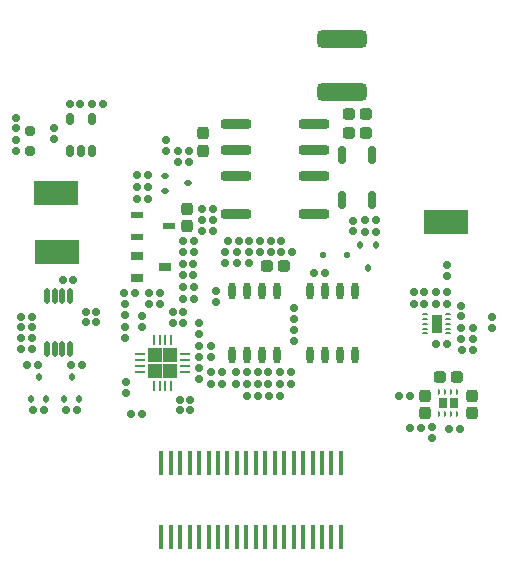
<source format=gtp>
G04*
G04 #@! TF.GenerationSoftware,Altium Limited,Altium Designer,19.1.8 (144)*
G04*
G04 Layer_Color=8421504*
%FSLAX25Y25*%
%MOIN*%
G70*
G01*
G75*
%ADD16R,0.02756X0.03543*%
%ADD17R,0.04528X0.04528*%
G04:AMPARAMS|DCode=18|XSize=149.61mil|YSize=79.92mil|CornerRadius=4mil|HoleSize=0mil|Usage=FLASHONLY|Rotation=180.000|XOffset=0mil|YOffset=0mil|HoleType=Round|Shape=RoundedRectangle|*
%AMROUNDEDRECTD18*
21,1,0.14961,0.07193,0,0,180.0*
21,1,0.14161,0.07992,0,0,180.0*
1,1,0.00799,-0.07081,0.03597*
1,1,0.00799,0.07081,0.03597*
1,1,0.00799,0.07081,-0.03597*
1,1,0.00799,-0.07081,-0.03597*
%
%ADD18ROUNDEDRECTD18*%
G04:AMPARAMS|DCode=19|XSize=23.62mil|YSize=23.62mil|CornerRadius=5.91mil|HoleSize=0mil|Usage=FLASHONLY|Rotation=180.000|XOffset=0mil|YOffset=0mil|HoleType=Round|Shape=RoundedRectangle|*
%AMROUNDEDRECTD19*
21,1,0.02362,0.01181,0,0,180.0*
21,1,0.01181,0.02362,0,0,180.0*
1,1,0.01181,-0.00591,0.00591*
1,1,0.01181,0.00591,0.00591*
1,1,0.01181,0.00591,-0.00591*
1,1,0.01181,-0.00591,-0.00591*
%
%ADD19ROUNDEDRECTD19*%
G04:AMPARAMS|DCode=20|XSize=23.62mil|YSize=23.62mil|CornerRadius=5.91mil|HoleSize=0mil|Usage=FLASHONLY|Rotation=90.000|XOffset=0mil|YOffset=0mil|HoleType=Round|Shape=RoundedRectangle|*
%AMROUNDEDRECTD20*
21,1,0.02362,0.01181,0,0,90.0*
21,1,0.01181,0.02362,0,0,90.0*
1,1,0.01181,0.00591,0.00591*
1,1,0.01181,0.00591,-0.00591*
1,1,0.01181,-0.00591,-0.00591*
1,1,0.01181,-0.00591,0.00591*
%
%ADD20ROUNDEDRECTD20*%
G04:AMPARAMS|DCode=21|XSize=25.2mil|YSize=25.2mil|CornerRadius=6.3mil|HoleSize=0mil|Usage=FLASHONLY|Rotation=90.000|XOffset=0mil|YOffset=0mil|HoleType=Round|Shape=RoundedRectangle|*
%AMROUNDEDRECTD21*
21,1,0.02520,0.01260,0,0,90.0*
21,1,0.01260,0.02520,0,0,90.0*
1,1,0.01260,0.00630,0.00630*
1,1,0.01260,0.00630,-0.00630*
1,1,0.01260,-0.00630,-0.00630*
1,1,0.01260,-0.00630,0.00630*
%
%ADD21ROUNDEDRECTD21*%
G04:AMPARAMS|DCode=22|XSize=7.87mil|YSize=19.68mil|CornerRadius=1.97mil|HoleSize=0mil|Usage=FLASHONLY|Rotation=90.000|XOffset=0mil|YOffset=0mil|HoleType=Round|Shape=RoundedRectangle|*
%AMROUNDEDRECTD22*
21,1,0.00787,0.01575,0,0,90.0*
21,1,0.00394,0.01968,0,0,90.0*
1,1,0.00394,0.00787,0.00197*
1,1,0.00394,0.00787,-0.00197*
1,1,0.00394,-0.00787,-0.00197*
1,1,0.00394,-0.00787,0.00197*
%
%ADD22ROUNDEDRECTD22*%
G04:AMPARAMS|DCode=23|XSize=59.06mil|YSize=35.43mil|CornerRadius=1.77mil|HoleSize=0mil|Usage=FLASHONLY|Rotation=90.000|XOffset=0mil|YOffset=0mil|HoleType=Round|Shape=RoundedRectangle|*
%AMROUNDEDRECTD23*
21,1,0.05906,0.03189,0,0,90.0*
21,1,0.05551,0.03543,0,0,90.0*
1,1,0.00354,0.01595,0.02776*
1,1,0.00354,0.01595,-0.02776*
1,1,0.00354,-0.01595,-0.02776*
1,1,0.00354,-0.01595,0.02776*
%
%ADD23ROUNDEDRECTD23*%
G04:AMPARAMS|DCode=24|XSize=25.2mil|YSize=25.2mil|CornerRadius=6.3mil|HoleSize=0mil|Usage=FLASHONLY|Rotation=180.000|XOffset=0mil|YOffset=0mil|HoleType=Round|Shape=RoundedRectangle|*
%AMROUNDEDRECTD24*
21,1,0.02520,0.01260,0,0,180.0*
21,1,0.01260,0.02520,0,0,180.0*
1,1,0.01260,-0.00630,0.00630*
1,1,0.01260,0.00630,0.00630*
1,1,0.01260,0.00630,-0.00630*
1,1,0.01260,-0.00630,-0.00630*
%
%ADD24ROUNDEDRECTD24*%
G04:AMPARAMS|DCode=25|XSize=37.4mil|YSize=41.34mil|CornerRadius=9.35mil|HoleSize=0mil|Usage=FLASHONLY|Rotation=270.000|XOffset=0mil|YOffset=0mil|HoleType=Round|Shape=RoundedRectangle|*
%AMROUNDEDRECTD25*
21,1,0.03740,0.02264,0,0,270.0*
21,1,0.01870,0.04134,0,0,270.0*
1,1,0.01870,-0.01132,-0.00935*
1,1,0.01870,-0.01132,0.00935*
1,1,0.01870,0.01132,0.00935*
1,1,0.01870,0.01132,-0.00935*
%
%ADD25ROUNDEDRECTD25*%
G04:AMPARAMS|DCode=26|XSize=9.84mil|YSize=19.68mil|CornerRadius=2.46mil|HoleSize=0mil|Usage=FLASHONLY|Rotation=0.000|XOffset=0mil|YOffset=0mil|HoleType=Round|Shape=RoundedRectangle|*
%AMROUNDEDRECTD26*
21,1,0.00984,0.01476,0,0,0.0*
21,1,0.00492,0.01968,0,0,0.0*
1,1,0.00492,0.00246,-0.00738*
1,1,0.00492,-0.00246,-0.00738*
1,1,0.00492,-0.00246,0.00738*
1,1,0.00492,0.00246,0.00738*
%
%ADD26ROUNDEDRECTD26*%
G04:AMPARAMS|DCode=27|XSize=37.4mil|YSize=41.34mil|CornerRadius=9.35mil|HoleSize=0mil|Usage=FLASHONLY|Rotation=180.000|XOffset=0mil|YOffset=0mil|HoleType=Round|Shape=RoundedRectangle|*
%AMROUNDEDRECTD27*
21,1,0.03740,0.02264,0,0,180.0*
21,1,0.01870,0.04134,0,0,180.0*
1,1,0.01870,-0.00935,0.01132*
1,1,0.01870,0.00935,0.01132*
1,1,0.01870,0.00935,-0.01132*
1,1,0.01870,-0.00935,-0.01132*
%
%ADD27ROUNDEDRECTD27*%
%ADD28O,0.03347X0.00984*%
%ADD29O,0.00984X0.03347*%
%ADD30O,0.02362X0.05709*%
G04:AMPARAMS|DCode=31|XSize=31.5mil|YSize=31.5mil|CornerRadius=7.87mil|HoleSize=0mil|Usage=FLASHONLY|Rotation=90.000|XOffset=0mil|YOffset=0mil|HoleType=Round|Shape=RoundedRectangle|*
%AMROUNDEDRECTD31*
21,1,0.03150,0.01575,0,0,90.0*
21,1,0.01575,0.03150,0,0,90.0*
1,1,0.01575,0.00787,0.00787*
1,1,0.01575,0.00787,-0.00787*
1,1,0.01575,-0.00787,-0.00787*
1,1,0.01575,-0.00787,0.00787*
%
%ADD31ROUNDEDRECTD31*%
G04:AMPARAMS|DCode=32|XSize=23.62mil|YSize=39.37mil|CornerRadius=5.91mil|HoleSize=0mil|Usage=FLASHONLY|Rotation=180.000|XOffset=0mil|YOffset=0mil|HoleType=Round|Shape=RoundedRectangle|*
%AMROUNDEDRECTD32*
21,1,0.02362,0.02756,0,0,180.0*
21,1,0.01181,0.03937,0,0,180.0*
1,1,0.01181,-0.00591,0.01378*
1,1,0.01181,0.00591,0.01378*
1,1,0.01181,0.00591,-0.01378*
1,1,0.01181,-0.00591,-0.01378*
%
%ADD32ROUNDEDRECTD32*%
%ADD33O,0.01968X0.05315*%
G04:AMPARAMS|DCode=34|XSize=18.5mil|YSize=23.62mil|CornerRadius=4.63mil|HoleSize=0mil|Usage=FLASHONLY|Rotation=0.000|XOffset=0mil|YOffset=0mil|HoleType=Round|Shape=RoundedRectangle|*
%AMROUNDEDRECTD34*
21,1,0.01850,0.01437,0,0,0.0*
21,1,0.00925,0.02362,0,0,0.0*
1,1,0.00925,0.00463,-0.00719*
1,1,0.00925,-0.00463,-0.00719*
1,1,0.00925,-0.00463,0.00719*
1,1,0.00925,0.00463,0.00719*
%
%ADD34ROUNDEDRECTD34*%
%ADD35R,0.03937X0.02559*%
%ADD36R,0.03937X0.02362*%
G04:AMPARAMS|DCode=37|XSize=18.5mil|YSize=23.62mil|CornerRadius=4.63mil|HoleSize=0mil|Usage=FLASHONLY|Rotation=270.000|XOffset=0mil|YOffset=0mil|HoleType=Round|Shape=RoundedRectangle|*
%AMROUNDEDRECTD37*
21,1,0.01850,0.01437,0,0,270.0*
21,1,0.00925,0.02362,0,0,270.0*
1,1,0.00925,-0.00719,-0.00463*
1,1,0.00925,-0.00719,0.00463*
1,1,0.00925,0.00719,0.00463*
1,1,0.00925,0.00719,-0.00463*
%
%ADD37ROUNDEDRECTD37*%
G04:AMPARAMS|DCode=38|XSize=31.5mil|YSize=100.79mil|CornerRadius=7.87mil|HoleSize=0mil|Usage=FLASHONLY|Rotation=90.000|XOffset=0mil|YOffset=0mil|HoleType=Round|Shape=RoundedRectangle|*
%AMROUNDEDRECTD38*
21,1,0.03150,0.08504,0,0,90.0*
21,1,0.01575,0.10079,0,0,90.0*
1,1,0.01575,0.04252,0.00787*
1,1,0.01575,0.04252,-0.00787*
1,1,0.01575,-0.04252,-0.00787*
1,1,0.01575,-0.04252,0.00787*
%
%ADD38ROUNDEDRECTD38*%
G04:AMPARAMS|DCode=39|XSize=23.23mil|YSize=17.72mil|CornerRadius=4.43mil|HoleSize=0mil|Usage=FLASHONLY|Rotation=0.000|XOffset=0mil|YOffset=0mil|HoleType=Round|Shape=RoundedRectangle|*
%AMROUNDEDRECTD39*
21,1,0.02323,0.00886,0,0,0.0*
21,1,0.01437,0.01772,0,0,0.0*
1,1,0.00886,0.00719,-0.00443*
1,1,0.00886,-0.00719,-0.00443*
1,1,0.00886,-0.00719,0.00443*
1,1,0.00886,0.00719,0.00443*
%
%ADD39ROUNDEDRECTD39*%
G04:AMPARAMS|DCode=40|XSize=23.62mil|YSize=60.63mil|CornerRadius=5.91mil|HoleSize=0mil|Usage=FLASHONLY|Rotation=0.000|XOffset=0mil|YOffset=0mil|HoleType=Round|Shape=RoundedRectangle|*
%AMROUNDEDRECTD40*
21,1,0.02362,0.04882,0,0,0.0*
21,1,0.01181,0.06063,0,0,0.0*
1,1,0.01181,0.00591,-0.02441*
1,1,0.01181,-0.00591,-0.02441*
1,1,0.01181,-0.00591,0.02441*
1,1,0.01181,0.00591,0.02441*
%
%ADD40ROUNDEDRECTD40*%
G04:AMPARAMS|DCode=41|XSize=59.06mil|YSize=165.35mil|CornerRadius=14.76mil|HoleSize=0mil|Usage=FLASHONLY|Rotation=90.000|XOffset=0mil|YOffset=0mil|HoleType=Round|Shape=RoundedRectangle|*
%AMROUNDEDRECTD41*
21,1,0.05906,0.13583,0,0,90.0*
21,1,0.02953,0.16535,0,0,90.0*
1,1,0.02953,0.06791,0.01476*
1,1,0.02953,0.06791,-0.01476*
1,1,0.02953,-0.06791,-0.01476*
1,1,0.02953,-0.06791,0.01476*
%
%ADD41ROUNDEDRECTD41*%
G04:AMPARAMS|DCode=42|XSize=15.75mil|YSize=82.68mil|CornerRadius=3.94mil|HoleSize=0mil|Usage=FLASHONLY|Rotation=0.000|XOffset=0mil|YOffset=0mil|HoleType=Round|Shape=RoundedRectangle|*
%AMROUNDEDRECTD42*
21,1,0.01575,0.07480,0,0,0.0*
21,1,0.00787,0.08268,0,0,0.0*
1,1,0.00787,0.00394,-0.03740*
1,1,0.00787,-0.00394,-0.03740*
1,1,0.00787,-0.00394,0.03740*
1,1,0.00787,0.00394,0.03740*
%
%ADD42ROUNDEDRECTD42*%
D16*
X149016Y51181D02*
D03*
X152559D02*
D03*
D17*
X52854Y61909D02*
D03*
X58169D02*
D03*
Y67224D02*
D03*
X52854D02*
D03*
D18*
X20079Y121260D02*
D03*
X150000Y111417D02*
D03*
X20472Y101575D02*
D03*
D19*
X150394Y97047D02*
D03*
Y93504D02*
D03*
X165354Y79724D02*
D03*
Y76181D02*
D03*
X155118Y76181D02*
D03*
Y72638D02*
D03*
X145276Y43110D02*
D03*
Y39567D02*
D03*
X67716Y62795D02*
D03*
Y59252D02*
D03*
X42913Y84055D02*
D03*
Y80512D02*
D03*
Y76575D02*
D03*
Y73032D02*
D03*
X48819Y80118D02*
D03*
Y76575D02*
D03*
X65748Y97441D02*
D03*
Y93898D02*
D03*
X62205Y93898D02*
D03*
Y97441D02*
D03*
X6693Y138779D02*
D03*
Y135236D02*
D03*
Y146260D02*
D03*
Y142717D02*
D03*
X33465Y78150D02*
D03*
Y81693D02*
D03*
X29921Y81693D02*
D03*
Y78150D02*
D03*
X56693Y138779D02*
D03*
Y135236D02*
D03*
X64173D02*
D03*
Y131693D02*
D03*
X60630Y131693D02*
D03*
Y135236D02*
D03*
X99213Y75394D02*
D03*
Y71850D02*
D03*
X118898Y108465D02*
D03*
Y112008D02*
D03*
D20*
X150197Y88189D02*
D03*
X146653D02*
D03*
X139173Y84252D02*
D03*
X142717D02*
D03*
X139173Y88189D02*
D03*
X142717D02*
D03*
X155315Y68898D02*
D03*
X158858D02*
D03*
X137992Y42913D02*
D03*
X141535D02*
D03*
X134449Y53543D02*
D03*
X137992D02*
D03*
X91535Y105118D02*
D03*
X95079D02*
D03*
X87992D02*
D03*
X84449D02*
D03*
X95079Y101575D02*
D03*
X98622D02*
D03*
X87992D02*
D03*
X91535D02*
D03*
X80905Y105118D02*
D03*
X77362D02*
D03*
X64764Y52362D02*
D03*
X61221D02*
D03*
X61221Y48819D02*
D03*
X64764D02*
D03*
X50984Y84252D02*
D03*
X54528D02*
D03*
X50984Y87795D02*
D03*
X54528D02*
D03*
X45079Y47638D02*
D03*
X48622D02*
D03*
X62402Y77953D02*
D03*
X58858D02*
D03*
X62402Y81496D02*
D03*
X58858D02*
D03*
X65945Y85827D02*
D03*
X62402D02*
D03*
X62402Y101575D02*
D03*
X65945D02*
D03*
X62402Y105118D02*
D03*
X65945D02*
D03*
X72244Y108661D02*
D03*
X68701D02*
D03*
X68701Y112205D02*
D03*
X72244D02*
D03*
X72244Y115748D02*
D03*
X68701D02*
D03*
X32087Y150787D02*
D03*
X35630D02*
D03*
X24606D02*
D03*
X28150D02*
D03*
X8465Y69291D02*
D03*
X12008D02*
D03*
X12008Y72835D02*
D03*
X8465D02*
D03*
X8465Y76378D02*
D03*
X12008D02*
D03*
X12008Y79921D02*
D03*
X8465D02*
D03*
X10433Y63779D02*
D03*
X13976D02*
D03*
X28543D02*
D03*
X25000D02*
D03*
X12402Y48819D02*
D03*
X15945D02*
D03*
X23425D02*
D03*
X26969D02*
D03*
X87205Y53543D02*
D03*
X83661D02*
D03*
X87205Y57480D02*
D03*
X90748D02*
D03*
X90748Y61417D02*
D03*
X87205D02*
D03*
X80118Y57480D02*
D03*
X83661D02*
D03*
X80118Y61417D02*
D03*
X83661D02*
D03*
X94685Y53543D02*
D03*
X91142D02*
D03*
X123031Y108268D02*
D03*
X126575D02*
D03*
X126575Y112205D02*
D03*
X123031D02*
D03*
D21*
X146614Y84252D02*
D03*
X150236D02*
D03*
X146614Y70866D02*
D03*
X150236D02*
D03*
X150945Y42520D02*
D03*
X154567D02*
D03*
X46299Y87795D02*
D03*
X42677D02*
D03*
X62362Y89764D02*
D03*
X65984D02*
D03*
X25827Y92126D02*
D03*
X22205D02*
D03*
X50630Y119291D02*
D03*
X47008D02*
D03*
X50630Y123228D02*
D03*
X47008D02*
D03*
X47008Y127165D02*
D03*
X50630D02*
D03*
X75433Y57480D02*
D03*
X71811D02*
D03*
X75433Y61417D02*
D03*
X71811D02*
D03*
X94646Y57480D02*
D03*
X98268D02*
D03*
X94646Y61417D02*
D03*
X98268D02*
D03*
X109685Y94488D02*
D03*
X106063D02*
D03*
D22*
X143110Y80709D02*
D03*
Y79134D02*
D03*
Y77559D02*
D03*
Y75984D02*
D03*
Y74410D02*
D03*
X150591Y80709D02*
D03*
Y79134D02*
D03*
Y77559D02*
D03*
Y75984D02*
D03*
Y74410D02*
D03*
D23*
X146850Y77559D02*
D03*
D24*
X159055Y72598D02*
D03*
Y76221D02*
D03*
X155118Y83701D02*
D03*
Y80079D02*
D03*
X71653Y70315D02*
D03*
Y66693D02*
D03*
X67716Y70315D02*
D03*
Y66693D02*
D03*
X84252Y97795D02*
D03*
Y101417D02*
D03*
X80315Y97795D02*
D03*
Y101417D02*
D03*
X76378Y97795D02*
D03*
Y101417D02*
D03*
X43307Y54488D02*
D03*
Y58110D02*
D03*
X67716Y74173D02*
D03*
Y77795D02*
D03*
X73228Y84803D02*
D03*
Y88425D02*
D03*
X19291Y139134D02*
D03*
Y142756D02*
D03*
X99213Y79291D02*
D03*
Y82913D02*
D03*
D25*
X153642Y59842D02*
D03*
X147933D02*
D03*
X90453Y96850D02*
D03*
X96161D02*
D03*
X117618Y141339D02*
D03*
X123327D02*
D03*
X117618Y147638D02*
D03*
X123327D02*
D03*
D26*
X153740Y54921D02*
D03*
X151772D02*
D03*
X149803D02*
D03*
X147835D02*
D03*
X153740Y47441D02*
D03*
X151772D02*
D03*
X149803D02*
D03*
X147835D02*
D03*
D27*
X142913Y47933D02*
D03*
Y53642D02*
D03*
X158661Y47933D02*
D03*
Y53642D02*
D03*
X63779Y110138D02*
D03*
Y115847D02*
D03*
X68898Y135335D02*
D03*
Y141043D02*
D03*
D28*
X63090Y61614D02*
D03*
Y63583D02*
D03*
Y65551D02*
D03*
Y67520D02*
D03*
X47933D02*
D03*
Y65551D02*
D03*
Y63583D02*
D03*
Y61614D02*
D03*
D29*
X58465Y72146D02*
D03*
X56496D02*
D03*
X54528D02*
D03*
X52559D02*
D03*
Y56988D02*
D03*
X54528D02*
D03*
X56496D02*
D03*
X58465D02*
D03*
D30*
X93721Y88681D02*
D03*
X88721D02*
D03*
X83720D02*
D03*
X78720D02*
D03*
X93721Y67224D02*
D03*
X88721D02*
D03*
X83720D02*
D03*
X78720D02*
D03*
X119705Y88681D02*
D03*
X114705D02*
D03*
X109705D02*
D03*
X104705D02*
D03*
X119705Y67224D02*
D03*
X114705D02*
D03*
X109705D02*
D03*
X104705D02*
D03*
D31*
X11417Y141831D02*
D03*
Y135335D02*
D03*
D32*
X24606Y145866D02*
D03*
X32087D02*
D03*
Y135236D02*
D03*
X28346D02*
D03*
X24606D02*
D03*
D33*
X17028Y69193D02*
D03*
X19587D02*
D03*
X22146D02*
D03*
X24705D02*
D03*
X17028Y86713D02*
D03*
X19587D02*
D03*
X22146D02*
D03*
X24705D02*
D03*
D34*
X16732Y52559D02*
D03*
X11614D02*
D03*
X14173Y60039D02*
D03*
X27756Y52559D02*
D03*
X22638D02*
D03*
X25197Y60039D02*
D03*
X121457Y103740D02*
D03*
X126575D02*
D03*
X124016Y96260D02*
D03*
D35*
X46850Y100197D02*
D03*
Y92716D02*
D03*
X56299Y96457D02*
D03*
D36*
X57677Y110236D02*
D03*
X47047Y106496D02*
D03*
Y113976D02*
D03*
D37*
X56496Y121850D02*
D03*
Y126969D02*
D03*
X63976Y124409D02*
D03*
D38*
X105984Y144095D02*
D03*
X79843D02*
D03*
Y135433D02*
D03*
X105984D02*
D03*
X79843Y114173D02*
D03*
X105984D02*
D03*
Y126772D02*
D03*
X79843D02*
D03*
D39*
X117146Y100394D02*
D03*
X108839D02*
D03*
D40*
X115472Y118799D02*
D03*
X125472D02*
D03*
Y133957D02*
D03*
X115472D02*
D03*
D41*
X115354Y154921D02*
D03*
Y172638D02*
D03*
D42*
X111811Y6496D02*
D03*
X114961D02*
D03*
X108661D02*
D03*
X105512D02*
D03*
X102362D02*
D03*
X86614D02*
D03*
X89764D02*
D03*
X92913D02*
D03*
X99213D02*
D03*
X96063D02*
D03*
X64567D02*
D03*
X67716D02*
D03*
X61417D02*
D03*
X58268D02*
D03*
X55118D02*
D03*
X70866D02*
D03*
X74016D02*
D03*
X77165D02*
D03*
X83465D02*
D03*
X80315D02*
D03*
Y31299D02*
D03*
X83465D02*
D03*
X77165D02*
D03*
X74016D02*
D03*
X70866D02*
D03*
X55118D02*
D03*
X58268D02*
D03*
X61417D02*
D03*
X67716D02*
D03*
X64567D02*
D03*
X96063D02*
D03*
X99213D02*
D03*
X92913D02*
D03*
X89764D02*
D03*
X86614D02*
D03*
X102362D02*
D03*
X105512D02*
D03*
X108661D02*
D03*
X114961D02*
D03*
X111811D02*
D03*
M02*

</source>
